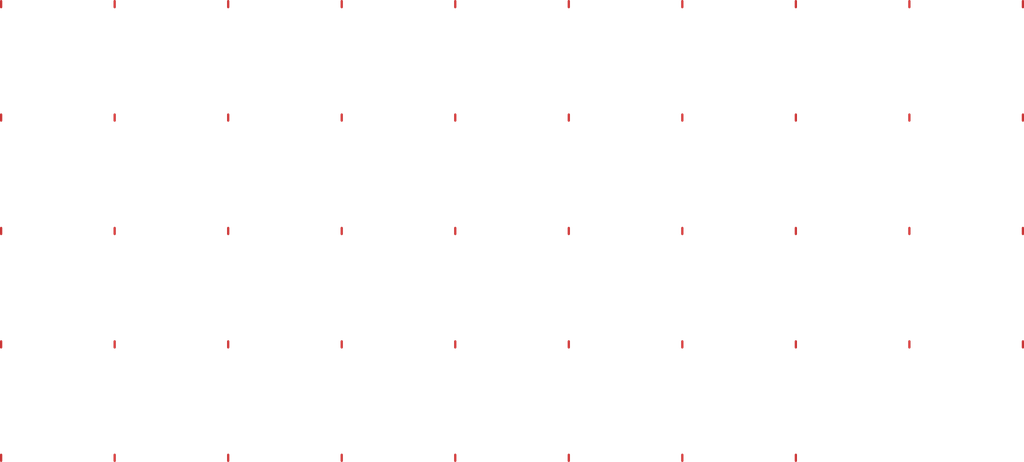
<source format=kicad_pcb>
  (kicad_pcb (version 4) (host pcbnew "(2014-07-21 BZR 5016)-product")

  (general
    (links 0)
    (no_connects 0)
    (area 0 0 0 0)
    (thickness 1.6)
    (drawings 1)
    (tracks 0)
    (zones 0)
    (modules 42)
    (nets 2)
  )

  (page A4)
  (layers
    (0 F.Cu signal)
	(1 In1.Cu signal)
    (2 In2.Cu power)
    (3 In3.Cu power)
    (4 In4.Cu signal)
    (5 In5.Cu signal)
    (6 In6.Cu signal)
    (7 In7.Cu signal)
    (8 In8.Cu signal)
    (31 B.Cu signal)
    (32 B.Adhes user)
    (33 F.Adhes user)
    (34 B.Paste user)
    (35 F.Paste user)
    (36 B.SilkS user)
    (37 F.SilkS user)
    (38 B.Mask user)
    (39 F.Mask user)
    (40 Dwgs.User user)
    (41 Cmts.User user)
    (42 Eco1.User user)
    (43 Eco2.User user)
    (44 Edge.Cuts user)
    (45 Margin user)
    (46 B.CrtYd user)
    (47 F.CrtYd user)
    (48 B.Fab user)
    (49 F.Fab user)

  )

  (setup
    (last_trace_width 0.254)
    (trace_clearance 0.127)
    (zone_clearance 0.0144)
    (zone_45_only no)
    (trace_min 0.254)
    (segment_width 0.2)
    (edge_width 0.1)
    (via_size 0.889)
    (via_drill 0.635)
    (via_min_size 0.889)
    (via_min_drill 0.508)
    (uvia_size 0.508)
    (uvia_drill 0.127)
    (uvias_allowed no)
    (uvia_min_size 0.508)
    (uvia_min_drill 0.127)
    (pcb_text_width 0.3)
    (pcb_text_size 1.5 1.5)
    (mod_edge_width 0.15)
    (mod_text_size 1 1)
    (mod_text_width 0.15)
    (pad_size 1.5 1.5)
    (pad_drill 0.6)
    (pad_to_mask_clearance 0)
    (aux_axis_origin 0 0)
    (visible_elements 7FFFF77F)
    (pcbplotparams
      (layerselection 262143)
      (usegerberextensions false)
      (excludeedgelayer true)
      (linewidth 0.100000)
      (plotframeref false)
      (viasonmask false)
      (mode 1)
      (useauxorigin false)
      (hpglpennumber 1)
      (hpglpenspeed 20)
      (hpglpendiameter 15)
      (hpglpenoverlay 2)
      (psnegative false)
      (psa4output false)
      (plotreference true)
      (plotvalue true)
      (plotinvisibletext false)
      (padsonsilk false)
      (subtractmaskfromsilk false)
      (outputformat 1)
      (mirror false)
      (drillshape 0)
      (scaleselection 1)
      (outputdirectory "GerberOutput/"))
  )

  (net 0 "")
  (net 1 "Net1")
  
  (net_class Default "This is the default net class."
    (clearance 0.254)
    (trace_width 0.254)
    (via_dia 0.889)
    (via_drill 0.635)
    (uvia_dia 0.508)
    (uvia_drill 0.127)
	(add_net Net1)
  )
  (module A0 (layer F.Cu) (tedit 4289BEAB) (tstamp 539EEDBF)
    (at 30 30)
    (path /539EEC0F)
    (attr smd)
	(model "./wrlshp/.wrl"
      (at (xyz 0 0 0))
      (scale (xyz 1 1 1))
      (rotate (xyz 0 0 0))
    )
    (pad "1" smd oval (at 0.0 0.0) (size 0.60000 2.20000) 
      (layers F.Cu F.Mask F.Paste)
    )
  )
  (module A1 (layer F.Cu) (tedit 4289BEAB) (tstamp 539EEDBF)
    (at 60 30)
    (path /539EEC0F)
    (attr smd)
	(model "./wrlshp/07D0F4C4-ECE1.wrl"
      (at (xyz 0 0 0))
      (scale (xyz 1 1 1))
      (rotate (xyz 0 0 0))
    )
    (pad "1" smd oval (at 0.0 0.0) (size 0.60000 2.20000) 
      (layers F.Cu F.Mask F.Paste)
    )
  )
  (module A2 (layer F.Cu) (tedit 4289BEAB) (tstamp 539EEDBF)
    (at 90 30)
    (path /539EEC0F)
    (attr smd)
	(model "./wrlshp/0AD28033-60AC.wrl"
      (at (xyz 0 0 0))
      (scale (xyz 1 1 1))
      (rotate (xyz 0 0 0))
    )
    (pad "1" smd oval (at 0.0 0.0) (size 0.60000 2.20000) 
      (layers F.Cu F.Mask F.Paste)
    )
  )
  (module A3 (layer F.Cu) (tedit 4289BEAB) (tstamp 539EEDBF)
    (at 120 30)
    (path /539EEC0F)
    (attr smd)
	(model "./wrlshp/0B60C38C-766E.wrl"
      (at (xyz 0 0 0))
      (scale (xyz 1 1 1))
      (rotate (xyz 0 0 0))
    )
    (pad "1" smd oval (at 0.0 0.0) (size 0.60000 2.20000) 
      (layers F.Cu F.Mask F.Paste)
    )
  )
  (module A4 (layer F.Cu) (tedit 4289BEAB) (tstamp 539EEDBF)
    (at 150 30)
    (path /539EEC0F)
    (attr smd)
	(model "./wrlshp/0F56F49D-EE61.wrl"
      (at (xyz 0 0 0))
      (scale (xyz 1 1 1))
      (rotate (xyz 0 0 0))
    )
    (pad "1" smd oval (at 0.0 0.0) (size 0.60000 2.20000) 
      (layers F.Cu F.Mask F.Paste)
    )
  )
  (module A5 (layer F.Cu) (tedit 4289BEAB) (tstamp 539EEDBF)
    (at 180 30)
    (path /539EEC0F)
    (attr smd)
	(model "./wrlshp/124478FB-0010.wrl"
      (at (xyz 0 0 0))
      (scale (xyz 1 1 1))
      (rotate (xyz 0 0 0))
    )
    (pad "1" smd oval (at 0.0 0.0) (size 0.60000 2.20000) 
      (layers F.Cu F.Mask F.Paste)
    )
  )
  (module A6 (layer F.Cu) (tedit 4289BEAB) (tstamp 539EEDBF)
    (at 210 30)
    (path /539EEC0F)
    (attr smd)
	(model "./wrlshp/129C3F6E-9B34.wrl"
      (at (xyz 0 0 0))
      (scale (xyz 1 1 1))
      (rotate (xyz 0 0 0))
    )
    (pad "1" smd oval (at 0.0 0.0) (size 0.60000 2.20000) 
      (layers F.Cu F.Mask F.Paste)
    )
  )
  (module A7 (layer F.Cu) (tedit 4289BEAB) (tstamp 539EEDBF)
    (at 240 30)
    (path /539EEC0F)
    (attr smd)
	(model "./wrlshp/1379361F-CCEA.wrl"
      (at (xyz 0 0 0))
      (scale (xyz 1 1 1))
      (rotate (xyz 0 0 0))
    )
    (pad "1" smd oval (at 0.0 0.0) (size 0.60000 2.20000) 
      (layers F.Cu F.Mask F.Paste)
    )
  )
  (module A8 (layer F.Cu) (tedit 4289BEAB) (tstamp 539EEDBF)
    (at 270 30)
    (path /539EEC0F)
    (attr smd)
	(model "./wrlshp/16CFCCD5-BE90.wrl"
      (at (xyz 0 0 0))
      (scale (xyz 1 1 1))
      (rotate (xyz 0 0 0))
    )
    (pad "1" smd oval (at 0.0 0.0) (size 0.60000 2.20000) 
      (layers F.Cu F.Mask F.Paste)
    )
  )
  (module A9 (layer F.Cu) (tedit 4289BEAB) (tstamp 539EEDBF)
    (at 300 30)
    (path /539EEC0F)
    (attr smd)
	(model "./wrlshp/17104DDF-080F.wrl"
      (at (xyz 0 0 0))
      (scale (xyz 1 1 1))
      (rotate (xyz 0 0 0))
    )
    (pad "1" smd oval (at 0.0 0.0) (size 0.60000 2.20000) 
      (layers F.Cu F.Mask F.Paste)
    )
  )
  (module A10 (layer F.Cu) (tedit 4289BEAB) (tstamp 539EEDBF)
    (at 30 60)
    (path /539EEC0F)
    (attr smd)
	(model "./wrlshp/1FE72536-A240.wrl"
      (at (xyz 0 0 0))
      (scale (xyz 1 1 1))
      (rotate (xyz 0 0 0))
    )
    (pad "1" smd oval (at 0.0 0.0) (size 0.60000 2.20000) 
      (layers F.Cu F.Mask F.Paste)
    )
  )
  (module A11 (layer F.Cu) (tedit 4289BEAB) (tstamp 539EEDBF)
    (at 60 60)
    (path /539EEC0F)
    (attr smd)
	(model "./wrlshp/215FA9D1-A60D.wrl"
      (at (xyz 0 0 0))
      (scale (xyz 1 1 1))
      (rotate (xyz 0 0 0))
    )
    (pad "1" smd oval (at 0.0 0.0) (size 0.60000 2.20000) 
      (layers F.Cu F.Mask F.Paste)
    )
  )
  (module A12 (layer F.Cu) (tedit 4289BEAB) (tstamp 539EEDBF)
    (at 90 60)
    (path /539EEC0F)
    (attr smd)
	(model "./wrlshp/3254B1F3-8CD8.wrl"
      (at (xyz 0 0 0))
      (scale (xyz 1 1 1))
      (rotate (xyz 0 0 0))
    )
    (pad "1" smd oval (at 0.0 0.0) (size 0.60000 2.20000) 
      (layers F.Cu F.Mask F.Paste)
    )
  )
  (module A13 (layer F.Cu) (tedit 4289BEAB) (tstamp 539EEDBF)
    (at 120 60)
    (path /539EEC0F)
    (attr smd)
	(model "./wrlshp/33C147DA-01BD.wrl"
      (at (xyz 0 0 0))
      (scale (xyz 1 1 1))
      (rotate (xyz 0 0 0))
    )
    (pad "1" smd oval (at 0.0 0.0) (size 0.60000 2.20000) 
      (layers F.Cu F.Mask F.Paste)
    )
  )
  (module A14 (layer F.Cu) (tedit 4289BEAB) (tstamp 539EEDBF)
    (at 150 60)
    (path /539EEC0F)
    (attr smd)
	(model "./wrlshp/38F3C433-6DE3.wrl"
      (at (xyz 0 0 0))
      (scale (xyz 1 1 1))
      (rotate (xyz 0 0 0))
    )
    (pad "1" smd oval (at 0.0 0.0) (size 0.60000 2.20000) 
      (layers F.Cu F.Mask F.Paste)
    )
  )
  (module A15 (layer F.Cu) (tedit 4289BEAB) (tstamp 539EEDBF)
    (at 180 60)
    (path /539EEC0F)
    (attr smd)
	(model "./wrlshp/3A5A5B9C-4AD8.wrl"
      (at (xyz 0 0 0))
      (scale (xyz 1 1 1))
      (rotate (xyz 0 0 0))
    )
    (pad "1" smd oval (at 0.0 0.0) (size 0.60000 2.20000) 
      (layers F.Cu F.Mask F.Paste)
    )
  )
  (module A16 (layer F.Cu) (tedit 4289BEAB) (tstamp 539EEDBF)
    (at 210 60)
    (path /539EEC0F)
    (attr smd)
	(model "./wrlshp/3EE83460-AAC8.wrl"
      (at (xyz 0 0 0))
      (scale (xyz 1 1 1))
      (rotate (xyz 0 0 0))
    )
    (pad "1" smd oval (at 0.0 0.0) (size 0.60000 2.20000) 
      (layers F.Cu F.Mask F.Paste)
    )
  )
  (module A17 (layer F.Cu) (tedit 4289BEAB) (tstamp 539EEDBF)
    (at 240 60)
    (path /539EEC0F)
    (attr smd)
	(model "./wrlshp/47BD92E6-44E4.wrl"
      (at (xyz 0 0 0))
      (scale (xyz 1 1 1))
      (rotate (xyz 0 0 0))
    )
    (pad "1" smd oval (at 0.0 0.0) (size 0.60000 2.20000) 
      (layers F.Cu F.Mask F.Paste)
    )
  )
  (module A18 (layer F.Cu) (tedit 4289BEAB) (tstamp 539EEDBF)
    (at 270 60)
    (path /539EEC0F)
    (attr smd)
	(model "./wrlshp/48F5CFBB-BF18.wrl"
      (at (xyz 0 0 0))
      (scale (xyz 1 1 1))
      (rotate (xyz 0 0 0))
    )
    (pad "1" smd oval (at 0.0 0.0) (size 0.60000 2.20000) 
      (layers F.Cu F.Mask F.Paste)
    )
  )
  (module A19 (layer F.Cu) (tedit 4289BEAB) (tstamp 539EEDBF)
    (at 300 60)
    (path /539EEC0F)
    (attr smd)
	(model "./wrlshp/4F09B4F5-C5AF.wrl"
      (at (xyz 0 0 0))
      (scale (xyz 1 1 1))
      (rotate (xyz 0 0 0))
    )
    (pad "1" smd oval (at 0.0 0.0) (size 0.60000 2.20000) 
      (layers F.Cu F.Mask F.Paste)
    )
  )
  (module A20 (layer F.Cu) (tedit 4289BEAB) (tstamp 539EEDBF)
    (at 30 90)
    (path /539EEC0F)
    (attr smd)
	(model "./wrlshp/52604B31-1923.wrl"
      (at (xyz 0 0 0))
      (scale (xyz 1 1 1))
      (rotate (xyz 0 0 0))
    )
    (pad "1" smd oval (at 0.0 0.0) (size 0.60000 2.20000) 
      (layers F.Cu F.Mask F.Paste)
    )
  )
  (module A21 (layer F.Cu) (tedit 4289BEAB) (tstamp 539EEDBF)
    (at 60 90)
    (path /539EEC0F)
    (attr smd)
	(model "./wrlshp/5732C990-2075.wrl"
      (at (xyz 0 0 0))
      (scale (xyz 1 1 1))
      (rotate (xyz 0 0 0))
    )
    (pad "1" smd oval (at 0.0 0.0) (size 0.60000 2.20000) 
      (layers F.Cu F.Mask F.Paste)
    )
  )
  (module A22 (layer F.Cu) (tedit 4289BEAB) (tstamp 539EEDBF)
    (at 90 90)
    (path /539EEC0F)
    (attr smd)
	(model "./wrlshp/5EE731A9-EF4D.wrl"
      (at (xyz 0 0 0))
      (scale (xyz 1 1 1))
      (rotate (xyz 0 0 0))
    )
    (pad "1" smd oval (at 0.0 0.0) (size 0.60000 2.20000) 
      (layers F.Cu F.Mask F.Paste)
    )
  )
  (module A23 (layer F.Cu) (tedit 4289BEAB) (tstamp 539EEDBF)
    (at 120 90)
    (path /539EEC0F)
    (attr smd)
	(model "./wrlshp/602B4C90-821B.wrl"
      (at (xyz 0 0 0))
      (scale (xyz 1 1 1))
      (rotate (xyz 0 0 0))
    )
    (pad "1" smd oval (at 0.0 0.0) (size 0.60000 2.20000) 
      (layers F.Cu F.Mask F.Paste)
    )
  )
  (module A24 (layer F.Cu) (tedit 4289BEAB) (tstamp 539EEDBF)
    (at 150 90)
    (path /539EEC0F)
    (attr smd)
	(model "./wrlshp/7C876F32-0315.wrl"
      (at (xyz 0 0 0))
      (scale (xyz 1 1 1))
      (rotate (xyz 0 0 0))
    )
    (pad "1" smd oval (at 0.0 0.0) (size 0.60000 2.20000) 
      (layers F.Cu F.Mask F.Paste)
    )
  )
  (module A25 (layer F.Cu) (tedit 4289BEAB) (tstamp 539EEDBF)
    (at 180 90)
    (path /539EEC0F)
    (attr smd)
	(model "./wrlshp/7C9E6869-C24A.wrl"
      (at (xyz 0 0 0))
      (scale (xyz 1 1 1))
      (rotate (xyz 0 0 0))
    )
    (pad "1" smd oval (at 0.0 0.0) (size 0.60000 2.20000) 
      (layers F.Cu F.Mask F.Paste)
    )
  )
  (module A26 (layer F.Cu) (tedit 4289BEAB) (tstamp 539EEDBF)
    (at 210 90)
    (path /539EEC0F)
    (attr smd)
	(model "./wrlshp/7EA7AEEA-EACB.wrl"
      (at (xyz 0 0 0))
      (scale (xyz 1 1 1))
      (rotate (xyz 0 0 0))
    )
    (pad "1" smd oval (at 0.0 0.0) (size 0.60000 2.20000) 
      (layers F.Cu F.Mask F.Paste)
    )
  )
  (module A27 (layer F.Cu) (tedit 4289BEAB) (tstamp 539EEDBF)
    (at 240 90)
    (path /539EEC0F)
    (attr smd)
	(model "./wrlshp/8EBC0571-4153.wrl"
      (at (xyz 0 0 0))
      (scale (xyz 1 1 1))
      (rotate (xyz 0 0 0))
    )
    (pad "1" smd oval (at 0.0 0.0) (size 0.60000 2.20000) 
      (layers F.Cu F.Mask F.Paste)
    )
  )
  (module A28 (layer F.Cu) (tedit 4289BEAB) (tstamp 539EEDBF)
    (at 270 90)
    (path /539EEC0F)
    (attr smd)
	(model "./wrlshp/95DB05FE-0BC7.wrl"
      (at (xyz 0 0 0))
      (scale (xyz 1 1 1))
      (rotate (xyz 0 0 0))
    )
    (pad "1" smd oval (at 0.0 0.0) (size 0.60000 2.20000) 
      (layers F.Cu F.Mask F.Paste)
    )
  )
  (module A29 (layer F.Cu) (tedit 4289BEAB) (tstamp 539EEDBF)
    (at 300 90)
    (path /539EEC0F)
    (attr smd)
	(model "./wrlshp/A4C64DD5-A5C8.wrl"
      (at (xyz 0 0 0))
      (scale (xyz 1 1 1))
      (rotate (xyz 0 0 0))
    )
    (pad "1" smd oval (at 0.0 0.0) (size 0.60000 2.20000) 
      (layers F.Cu F.Mask F.Paste)
    )
  )
  (module A30 (layer F.Cu) (tedit 4289BEAB) (tstamp 539EEDBF)
    (at 30 120)
    (path /539EEC0F)
    (attr smd)
	(model "./wrlshp/A7644DAE-BAA4.wrl"
      (at (xyz 0 0 0))
      (scale (xyz 1 1 1))
      (rotate (xyz 0 0 0))
    )
    (pad "1" smd oval (at 0.0 0.0) (size 0.60000 2.20000) 
      (layers F.Cu F.Mask F.Paste)
    )
  )
  (module A31 (layer F.Cu) (tedit 4289BEAB) (tstamp 539EEDBF)
    (at 60 120)
    (path /539EEC0F)
    (attr smd)
	(model "./wrlshp/AEB7A9BE-2AFB.wrl"
      (at (xyz 0 0 0))
      (scale (xyz 1 1 1))
      (rotate (xyz 0 0 0))
    )
    (pad "1" smd oval (at 0.0 0.0) (size 0.60000 2.20000) 
      (layers F.Cu F.Mask F.Paste)
    )
  )
  (module A32 (layer F.Cu) (tedit 4289BEAB) (tstamp 539EEDBF)
    (at 90 120)
    (path /539EEC0F)
    (attr smd)
	(model "./wrlshp/AFBBACAE-755F.wrl"
      (at (xyz 0 0 0))
      (scale (xyz 1 1 1))
      (rotate (xyz 0 0 0))
    )
    (pad "1" smd oval (at 0.0 0.0) (size 0.60000 2.20000) 
      (layers F.Cu F.Mask F.Paste)
    )
  )
  (module A33 (layer F.Cu) (tedit 4289BEAB) (tstamp 539EEDBF)
    (at 120 120)
    (path /539EEC0F)
    (attr smd)
	(model "./wrlshp/B02EA941-5EFD.wrl"
      (at (xyz 0 0 0))
      (scale (xyz 1 1 1))
      (rotate (xyz 0 0 0))
    )
    (pad "1" smd oval (at 0.0 0.0) (size 0.60000 2.20000) 
      (layers F.Cu F.Mask F.Paste)
    )
  )
  (module A34 (layer F.Cu) (tedit 4289BEAB) (tstamp 539EEDBF)
    (at 150 120)
    (path /539EEC0F)
    (attr smd)
	(model "./wrlshp/B96D4279-F3AC.wrl"
      (at (xyz 0 0 0))
      (scale (xyz 1 1 1))
      (rotate (xyz 0 0 0))
    )
    (pad "1" smd oval (at 0.0 0.0) (size 0.60000 2.20000) 
      (layers F.Cu F.Mask F.Paste)
    )
  )
  (module A35 (layer F.Cu) (tedit 4289BEAB) (tstamp 539EEDBF)
    (at 180 120)
    (path /539EEC0F)
    (attr smd)
	(model "./wrlshp/B9D68DB6-F4D5.wrl"
      (at (xyz 0 0 0))
      (scale (xyz 1 1 1))
      (rotate (xyz 0 0 0))
    )
    (pad "1" smd oval (at 0.0 0.0) (size 0.60000 2.20000) 
      (layers F.Cu F.Mask F.Paste)
    )
  )
  (module A36 (layer F.Cu) (tedit 4289BEAB) (tstamp 539EEDBF)
    (at 210 120)
    (path /539EEC0F)
    (attr smd)
	(model "./wrlshp/BAD8F243-10D4.wrl"
      (at (xyz 0 0 0))
      (scale (xyz 1 1 1))
      (rotate (xyz 0 0 0))
    )
    (pad "1" smd oval (at 0.0 0.0) (size 0.60000 2.20000) 
      (layers F.Cu F.Mask F.Paste)
    )
  )
  (module A37 (layer F.Cu) (tedit 4289BEAB) (tstamp 539EEDBF)
    (at 240 120)
    (path /539EEC0F)
    (attr smd)
	(model "./wrlshp/BEEA3DC7-A0ED.wrl"
      (at (xyz 0 0 0))
      (scale (xyz 1 1 1))
      (rotate (xyz 0 0 0))
    )
    (pad "1" smd oval (at 0.0 0.0) (size 0.60000 2.20000) 
      (layers F.Cu F.Mask F.Paste)
    )
  )
  (module A38 (layer F.Cu) (tedit 4289BEAB) (tstamp 539EEDBF)
    (at 270 120)
    (path /539EEC0F)
    (attr smd)
	(model "./wrlshp/C20B29BA-A229.wrl"
      (at (xyz 0 0 0))
      (scale (xyz 1 1 1))
      (rotate (xyz 0 0 0))
    )
    (pad "1" smd oval (at 0.0 0.0) (size 0.60000 2.20000) 
      (layers F.Cu F.Mask F.Paste)
    )
  )
  (module A39 (layer F.Cu) (tedit 4289BEAB) (tstamp 539EEDBF)
    (at 300 120)
    (path /539EEC0F)
    (attr smd)
	(model "./wrlshp/C99992F1-6629.wrl"
      (at (xyz 0 0 0))
      (scale (xyz 1 1 1))
      (rotate (xyz 0 0 0))
    )
    (pad "1" smd oval (at 0.0 0.0) (size 0.60000 2.20000) 
      (layers F.Cu F.Mask F.Paste)
    )
  )
  (module A40 (layer F.Cu) (tedit 4289BEAB) (tstamp 539EEDBF)
    (at 30 150)
    (path /539EEC0F)
    (attr smd)
	(model "./wrlshp/CE4F8ACB-E274.wrl"
      (at (xyz 0 0 0))
      (scale (xyz 1 1 1))
      (rotate (xyz 0 0 0))
    )
    (pad "1" smd oval (at 0.0 0.0) (size 0.60000 2.20000) 
      (layers F.Cu F.Mask F.Paste)
    )
  )
  (module A41 (layer F.Cu) (tedit 4289BEAB) (tstamp 539EEDBF)
    (at 60 150)
    (path /539EEC0F)
    (attr smd)
	(model "./wrlshp/D4CFD1AF-753C.wrl"
      (at (xyz 0 0 0))
      (scale (xyz 1 1 1))
      (rotate (xyz 0 0 0))
    )
    (pad "1" smd oval (at 0.0 0.0) (size 0.60000 2.20000) 
      (layers F.Cu F.Mask F.Paste)
    )
  )
  (module A42 (layer F.Cu) (tedit 4289BEAB) (tstamp 539EEDBF)
    (at 90 150)
    (path /539EEC0F)
    (attr smd)
	(model "./wrlshp/D64B4B35-D866.wrl"
      (at (xyz 0 0 0))
      (scale (xyz 1 1 1))
      (rotate (xyz 0 0 0))
    )
    (pad "1" smd oval (at 0.0 0.0) (size 0.60000 2.20000) 
      (layers F.Cu F.Mask F.Paste)
    )
  )
  (module A43 (layer F.Cu) (tedit 4289BEAB) (tstamp 539EEDBF)
    (at 120 150)
    (path /539EEC0F)
    (attr smd)
	(model "./wrlshp/DFB171A9-DD6E.wrl"
      (at (xyz 0 0 0))
      (scale (xyz 1 1 1))
      (rotate (xyz 0 0 0))
    )
    (pad "1" smd oval (at 0.0 0.0) (size 0.60000 2.20000) 
      (layers F.Cu F.Mask F.Paste)
    )
  )
  (module A44 (layer F.Cu) (tedit 4289BEAB) (tstamp 539EEDBF)
    (at 150 150)
    (path /539EEC0F)
    (attr smd)
	(model "./wrlshp/DFE88843-9675.wrl"
      (at (xyz 0 0 0))
      (scale (xyz 1 1 1))
      (rotate (xyz 0 0 0))
    )
    (pad "1" smd oval (at 0.0 0.0) (size 0.60000 2.20000) 
      (layers F.Cu F.Mask F.Paste)
    )
  )
  (module A45 (layer F.Cu) (tedit 4289BEAB) (tstamp 539EEDBF)
    (at 180 150)
    (path /539EEC0F)
    (attr smd)
	(model "./wrlshp/EF21311D-7854.wrl"
      (at (xyz 0 0 0))
      (scale (xyz 1 1 1))
      (rotate (xyz 0 0 0))
    )
    (pad "1" smd oval (at 0.0 0.0) (size 0.60000 2.20000) 
      (layers F.Cu F.Mask F.Paste)
    )
  )
  (module A46 (layer F.Cu) (tedit 4289BEAB) (tstamp 539EEDBF)
    (at 210 150)
    (path /539EEC0F)
    (attr smd)
	(model "./wrlshp/F4B9C2F3-0456.wrl"
      (at (xyz 0 0 0))
      (scale (xyz 1 1 1))
      (rotate (xyz 0 0 0))
    )
    (pad "1" smd oval (at 0.0 0.0) (size 0.60000 2.20000) 
      (layers F.Cu F.Mask F.Paste)
    )
  )
  (module A47 (layer F.Cu) (tedit 4289BEAB) (tstamp 539EEDBF)
    (at 240 150)
    (path /539EEC0F)
    (attr smd)
	(model "./wrlshp/FF5117B3-4E84.wrl"
      (at (xyz 0 0 0))
      (scale (xyz 1 1 1))
      (rotate (xyz 0 0 0))
    )
    (pad "1" smd oval (at 0.0 0.0) (size 0.60000 2.20000) 
      (layers F.Cu F.Mask F.Paste)
    )
  )
)

</source>
